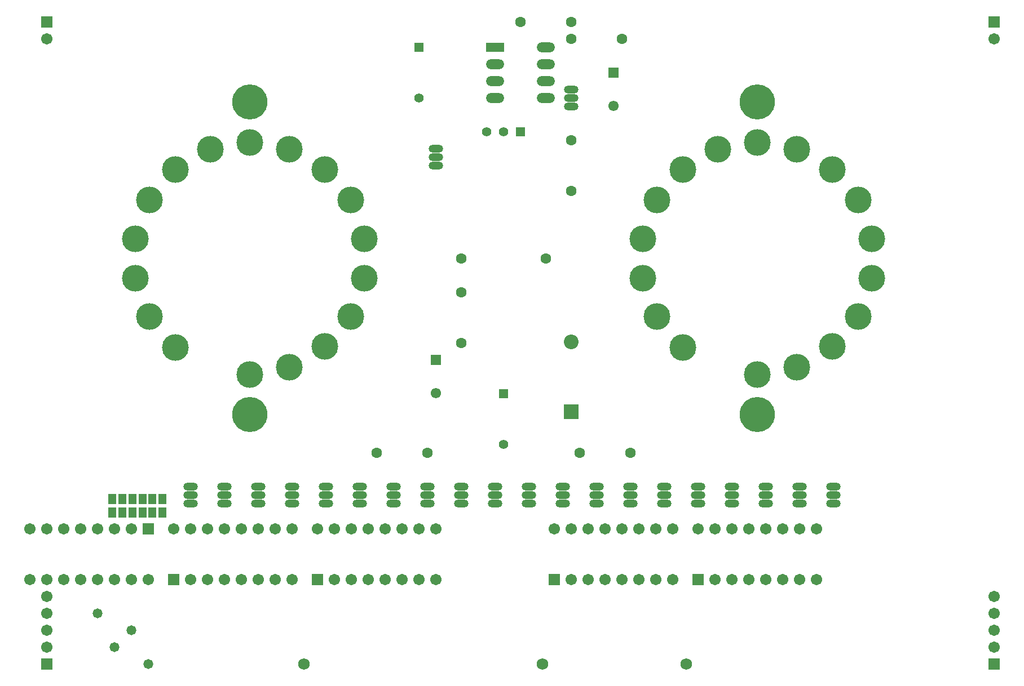
<source format=gts>
G04 Layer_Color=8388736*
%FSLAX25Y25*%
%MOIN*%
G70*
G01*
G75*
%ADD37R,0.05131X0.06312*%
%ADD38C,0.15800*%
%ADD39C,0.20800*%
%ADD40C,0.06800*%
%ADD41C,0.06706*%
%ADD42R,0.06706X0.06706*%
%ADD43C,0.06312*%
%ADD44C,0.06115*%
%ADD45R,0.06115X0.06115*%
%ADD46R,0.05524X0.05524*%
%ADD47C,0.05524*%
%ADD48R,0.05524X0.05524*%
%ADD49O,0.08674X0.04737*%
%ADD50O,0.08674X0.04737*%
%ADD51O,0.10800X0.05800*%
%ADD52R,0.10800X0.05800*%
%ADD53C,0.08674*%
%ADD54R,0.08674X0.08674*%
%ADD55C,0.05800*%
D37*
X268701Y149606D02*
D03*
X274606D02*
D03*
X280512D02*
D03*
X286417D02*
D03*
X292323D02*
D03*
X298228D02*
D03*
X274606Y157480D02*
D03*
X268701D02*
D03*
X286417D02*
D03*
X280512D02*
D03*
X298228D02*
D03*
X292323D02*
D03*
D38*
X650000Y231250D02*
D03*
X673200Y235500D02*
D03*
X694200Y247800D02*
D03*
X709500Y265500D02*
D03*
X717700Y288300D02*
D03*
Y311700D02*
D03*
X709500Y334500D02*
D03*
X694200Y352500D02*
D03*
X673200Y364500D02*
D03*
X650000Y368750D02*
D03*
X626500Y364500D02*
D03*
X605800Y352700D02*
D03*
X590500Y334500D02*
D03*
X582300Y311700D02*
D03*
Y288300D02*
D03*
X590500Y265500D02*
D03*
X605800Y247300D02*
D03*
X350000Y231250D02*
D03*
X373200Y235500D02*
D03*
X394200Y247800D02*
D03*
X409500Y265500D02*
D03*
X417700Y288300D02*
D03*
Y311700D02*
D03*
X409500Y334500D02*
D03*
X394200Y352500D02*
D03*
X373200Y364500D02*
D03*
X350000Y368750D02*
D03*
X326500Y364500D02*
D03*
X305800Y352700D02*
D03*
X290500Y334500D02*
D03*
X282300Y311700D02*
D03*
Y288300D02*
D03*
X290500Y265500D02*
D03*
X305800Y247300D02*
D03*
D39*
X650000Y207500D02*
D03*
Y392500D02*
D03*
X350000Y207500D02*
D03*
Y392500D02*
D03*
D40*
X608000Y60000D02*
D03*
X523000D02*
D03*
X382000D02*
D03*
D41*
X375000Y140000D02*
D03*
X365000D02*
D03*
X355000D02*
D03*
X345000D02*
D03*
X335000D02*
D03*
X325000D02*
D03*
X315000D02*
D03*
X305000D02*
D03*
X375000Y110000D02*
D03*
X365000D02*
D03*
X355000D02*
D03*
X345000D02*
D03*
X335000D02*
D03*
X325000D02*
D03*
X315000D02*
D03*
X460000Y140000D02*
D03*
X450000D02*
D03*
X440000D02*
D03*
X430000D02*
D03*
X420000D02*
D03*
X410000D02*
D03*
X400000D02*
D03*
X390000D02*
D03*
X460000Y110000D02*
D03*
X450000D02*
D03*
X440000D02*
D03*
X430000D02*
D03*
X420000D02*
D03*
X410000D02*
D03*
X400000D02*
D03*
X600000Y140000D02*
D03*
X590000D02*
D03*
X580000D02*
D03*
X570000D02*
D03*
X560000D02*
D03*
X550000D02*
D03*
X540000D02*
D03*
X530000D02*
D03*
X600000Y110000D02*
D03*
X590000D02*
D03*
X580000D02*
D03*
X570000D02*
D03*
X560000D02*
D03*
X550000D02*
D03*
X540000D02*
D03*
X685000Y140000D02*
D03*
X675000D02*
D03*
X665000D02*
D03*
X655000D02*
D03*
X645000D02*
D03*
X635000D02*
D03*
X625000D02*
D03*
X615000D02*
D03*
X685000Y110000D02*
D03*
X675000D02*
D03*
X665000D02*
D03*
X655000D02*
D03*
X645000D02*
D03*
X635000D02*
D03*
X625000D02*
D03*
X230000Y430000D02*
D03*
X790000D02*
D03*
X220000Y110000D02*
D03*
X230000D02*
D03*
X240000D02*
D03*
X250000D02*
D03*
X260000D02*
D03*
X270000D02*
D03*
X280000D02*
D03*
X290000D02*
D03*
X220000Y140000D02*
D03*
X230000D02*
D03*
X240000D02*
D03*
X250000D02*
D03*
X260000D02*
D03*
X270000D02*
D03*
X280000D02*
D03*
X790000Y100000D02*
D03*
Y90000D02*
D03*
Y80000D02*
D03*
Y70000D02*
D03*
X230000Y100000D02*
D03*
Y90000D02*
D03*
Y80000D02*
D03*
Y70000D02*
D03*
D42*
X305000Y110000D02*
D03*
X390000D02*
D03*
X530000D02*
D03*
X615000D02*
D03*
X230000Y440000D02*
D03*
X790000D02*
D03*
X290000Y140000D02*
D03*
X790000Y60000D02*
D03*
X230000D02*
D03*
D43*
X455000Y185000D02*
D03*
X425000D02*
D03*
X540000Y340000D02*
D03*
Y370000D02*
D03*
X570000Y430000D02*
D03*
X540000D02*
D03*
Y440000D02*
D03*
X510000D02*
D03*
X475000Y300000D02*
D03*
X525000D02*
D03*
X475000Y280000D02*
D03*
Y250000D02*
D03*
X545000Y185000D02*
D03*
X575000D02*
D03*
D44*
X565000Y390158D02*
D03*
X460000Y220158D02*
D03*
D45*
X565000Y409842D02*
D03*
X460000Y239843D02*
D03*
D46*
X500000Y220000D02*
D03*
X450000Y425000D02*
D03*
D47*
X500000Y190000D02*
D03*
Y375000D02*
D03*
X490000D02*
D03*
X450000Y395000D02*
D03*
D48*
X510000Y375000D02*
D03*
D49*
X315000Y165000D02*
D03*
Y160000D02*
D03*
X495000Y165000D02*
D03*
Y160000D02*
D03*
X475000Y165000D02*
D03*
Y160000D02*
D03*
X455000Y165000D02*
D03*
Y160000D02*
D03*
X540000Y400000D02*
D03*
Y395000D02*
D03*
X435000Y165000D02*
D03*
Y160000D02*
D03*
X415000Y165000D02*
D03*
Y160000D02*
D03*
X460000Y355000D02*
D03*
X395000Y165000D02*
D03*
Y160000D02*
D03*
X375000Y165000D02*
D03*
Y160000D02*
D03*
X355000Y165000D02*
D03*
Y160000D02*
D03*
X335000Y165000D02*
D03*
Y160000D02*
D03*
X515000Y165000D02*
D03*
Y160000D02*
D03*
X695000Y165000D02*
D03*
Y160000D02*
D03*
X675000Y165000D02*
D03*
Y160000D02*
D03*
X655000Y165000D02*
D03*
Y160000D02*
D03*
X635000Y165000D02*
D03*
Y160000D02*
D03*
X615000Y165000D02*
D03*
Y160000D02*
D03*
X595000Y165000D02*
D03*
Y160000D02*
D03*
X575000Y165000D02*
D03*
Y160000D02*
D03*
X555000Y165000D02*
D03*
Y160000D02*
D03*
X535000Y165000D02*
D03*
Y160000D02*
D03*
D50*
X315000Y155000D02*
D03*
X495000D02*
D03*
X475000D02*
D03*
X455000D02*
D03*
X540000Y390000D02*
D03*
X435000Y155000D02*
D03*
X415000D02*
D03*
X460000Y360000D02*
D03*
Y365000D02*
D03*
X395000Y155000D02*
D03*
X375000D02*
D03*
X355000D02*
D03*
X335000D02*
D03*
X515000D02*
D03*
X695000D02*
D03*
X675000D02*
D03*
X655000D02*
D03*
X635000D02*
D03*
X615000D02*
D03*
X595000D02*
D03*
X575000D02*
D03*
X555000D02*
D03*
X535000D02*
D03*
D51*
X525000Y395000D02*
D03*
Y405000D02*
D03*
Y415000D02*
D03*
Y425000D02*
D03*
X495000Y395000D02*
D03*
Y405000D02*
D03*
Y415000D02*
D03*
D52*
Y425000D02*
D03*
D53*
X540000Y250590D02*
D03*
D54*
Y209409D02*
D03*
D55*
X290000Y60000D02*
D03*
X280000Y80000D02*
D03*
X270000Y70000D02*
D03*
X260000Y90000D02*
D03*
M02*

</source>
